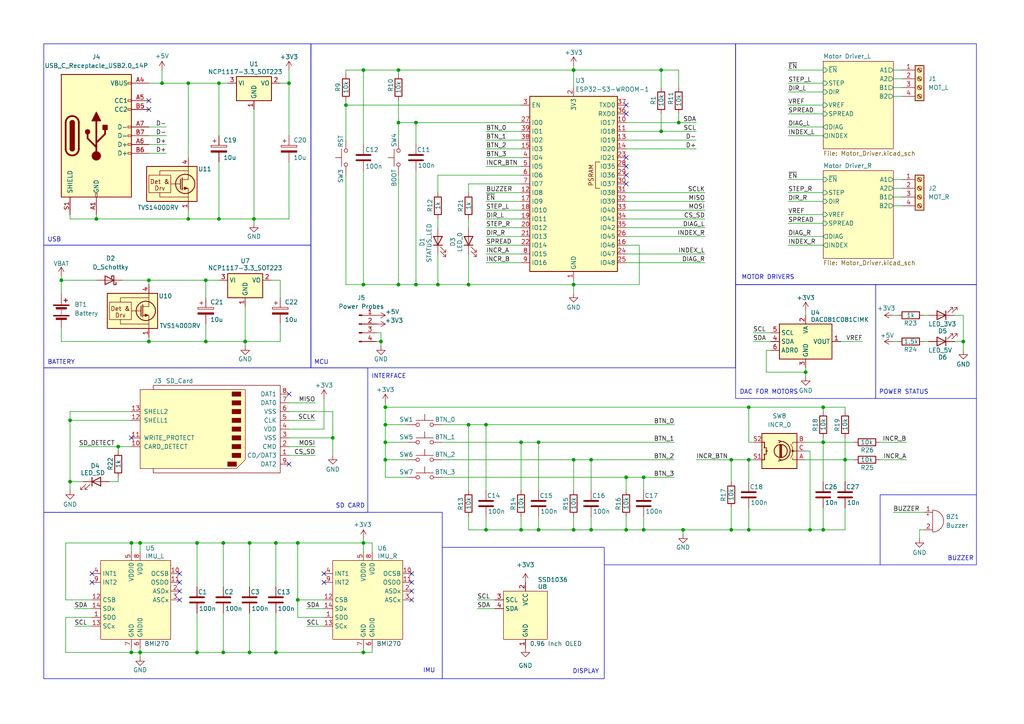
<source format=kicad_sch>
(kicad_sch (version 20231120) (generator "eeschema") (generator_version "8.0")
  (paper "A4")
  (junction (at 115.57 35.56))
  (junction (at 80.01 157.48))
  (junction (at 120.65 35.56))
  (junction (at 72.39 189.23))
  (junction (at 63.5 63.5))
  (junction (at 111.76 123.19))
  (junction (at 196.85 35.56))
  (junction (at 111.76 128.27))
  (junction (at 46.99 24.13))
  (junction (at 40.64 157.48))
  (junction (at 234.95 153.67))
  (junction (at 135.89 123.19))
  (junction (at 73.66 63.5))
  (junction (at 54.61 63.5))
  (junction (at 181.61 138.43))
  (junction (at 245.11 133.35))
  (junction (at 212.09 153.67))
  (junction (at 186.69 138.43))
  (junction (at 151.13 153.67))
  (junction (at 63.5 24.13))
  (junction (at 64.77 189.23))
  (junction (at 43.18 81.28))
  (junction (at 64.77 157.48))
  (junction (at 156.21 153.67))
  (junction (at 115.57 20.32))
  (junction (at 38.1 157.48))
  (junction (at 191.77 38.1))
  (junction (at 43.18 99.06))
  (junction (at 100.33 30.48))
  (junction (at 86.36 173.99))
  (junction (at 171.45 153.67))
  (junction (at 233.68 107.95))
  (junction (at 127 82.55))
  (junction (at 111.76 118.11))
  (junction (at 212.09 133.35))
  (junction (at 20.32 139.7))
  (junction (at 166.37 20.32))
  (junction (at 20.32 121.92))
  (junction (at 105.41 82.55))
  (junction (at 217.17 153.67))
  (junction (at 181.61 153.67))
  (junction (at 59.69 81.28))
  (junction (at 27.94 63.5))
  (junction (at 57.15 157.48))
  (junction (at 71.12 99.06))
  (junction (at 40.64 189.23))
  (junction (at 115.57 82.55))
  (junction (at 105.41 189.23))
  (junction (at 217.17 118.11))
  (junction (at 186.69 153.67))
  (junction (at 151.13 128.27))
  (junction (at 279.4 99.06))
  (junction (at 111.76 133.35))
  (junction (at 166.37 153.67))
  (junction (at 171.45 133.35))
  (junction (at 120.65 82.55))
  (junction (at 83.82 24.13))
  (junction (at 198.12 153.67))
  (junction (at 105.41 20.32))
  (junction (at 80.01 189.23))
  (junction (at 86.36 157.48))
  (junction (at 54.61 24.13))
  (junction (at 191.77 20.32))
  (junction (at 135.89 82.55))
  (junction (at 217.17 133.35))
  (junction (at 34.29 129.54))
  (junction (at 156.21 128.27))
  (junction (at 166.37 133.35))
  (junction (at 238.76 153.67))
  (junction (at 238.76 118.11))
  (junction (at 140.97 153.67))
  (junction (at 110.49 99.06))
  (junction (at 166.37 82.55))
  (junction (at 17.78 81.28))
  (junction (at 105.41 157.48))
  (junction (at 57.15 189.23))
  (junction (at 140.97 123.19))
  (junction (at 72.39 157.48))
  (junction (at 59.69 99.06))
  (junction (at 238.76 128.27))
  (junction (at 38.1 189.23))
  (junction (at 96.52 127))
  (no_connect (at 181.61 33.02))
  (no_connect (at 52.07 166.37))
  (no_connect (at 93.98 166.37))
  (no_connect (at 119.38 168.91))
  (no_connect (at 119.38 166.37))
  (no_connect (at 181.61 48.26))
  (no_connect (at 26.67 168.91))
  (no_connect (at 119.38 173.99))
  (no_connect (at 119.38 171.45))
  (no_connect (at 181.61 45.72))
  (no_connect (at 181.61 30.48))
  (no_connect (at 83.82 134.62))
  (no_connect (at 52.07 173.99))
  (no_connect (at 26.67 166.37))
  (no_connect (at 43.18 31.75))
  (no_connect (at 181.61 50.8))
  (no_connect (at 52.07 168.91))
  (no_connect (at 93.98 168.91))
  (no_connect (at 38.1 127))
  (no_connect (at 181.61 53.34))
  (no_connect (at 52.07 171.45))
  (no_connect (at 83.82 114.3))
  (no_connect (at 43.18 29.21))
  (wire (pts (xy 57.15 157.48) (xy 64.77 157.48)))
  (wire (pts (xy 166.37 81.28) (xy 166.37 82.55)))
  (wire (pts (xy 17.78 81.28) (xy 27.94 81.28)))
  (wire (pts (xy 80.01 177.8) (xy 80.01 189.23)))
  (wire (pts (xy 105.41 49.53) (xy 105.41 82.55)))
  (wire (pts (xy 20.32 119.38) (xy 38.1 119.38)))
  (polyline (pts (xy 175.26 163.83) (xy 255.27 163.83)))
  (wire (pts (xy 238.76 128.27) (xy 247.65 128.27)))
  (wire (pts (xy 267.97 91.44) (xy 269.24 91.44)))
  (wire (pts (xy 27.94 63.5) (xy 27.94 62.23)))
  (wire (pts (xy 228.6 71.12) (xy 238.76 71.12)))
  (wire (pts (xy 233.68 128.27) (xy 238.76 128.27)))
  (wire (pts (xy 166.37 133.35) (xy 171.45 133.35)))
  (wire (pts (xy 115.57 29.21) (xy 115.57 35.56)))
  (wire (pts (xy 63.5 24.13) (xy 63.5 39.37)))
  (wire (pts (xy 140.97 58.42) (xy 151.13 58.42)))
  (wire (pts (xy 166.37 19.05) (xy 166.37 20.32)))
  (wire (pts (xy 140.97 45.72) (xy 151.13 45.72)))
  (wire (pts (xy 171.45 149.86) (xy 171.45 153.67)))
  (wire (pts (xy 228.6 68.58) (xy 238.76 68.58)))
  (wire (pts (xy 171.45 133.35) (xy 171.45 142.24)))
  (wire (pts (xy 135.89 53.34) (xy 135.89 55.88)))
  (wire (pts (xy 217.17 118.11) (xy 238.76 118.11)))
  (wire (pts (xy 222.25 107.95) (xy 233.68 107.95)))
  (wire (pts (xy 59.69 81.28) (xy 59.69 86.36)))
  (wire (pts (xy 120.65 82.55) (xy 127 82.55)))
  (wire (pts (xy 135.89 63.5) (xy 135.89 66.04)))
  (wire (pts (xy 260.35 91.44) (xy 259.08 91.44)))
  (wire (pts (xy 72.39 157.48) (xy 80.01 157.48)))
  (wire (pts (xy 259.08 59.69) (xy 261.62 59.69)))
  (wire (pts (xy 88.9 181.61) (xy 93.98 181.61)))
  (wire (pts (xy 100.33 82.55) (xy 105.41 82.55)))
  (wire (pts (xy 217.17 118.11) (xy 217.17 128.27)))
  (wire (pts (xy 140.97 60.96) (xy 151.13 60.96)))
  (wire (pts (xy 181.61 55.88) (xy 204.47 55.88)))
  (wire (pts (xy 93.98 179.07) (xy 86.36 179.07)))
  (wire (pts (xy 20.32 139.7) (xy 20.32 121.92)))
  (wire (pts (xy 151.13 149.86) (xy 151.13 153.67)))
  (wire (pts (xy 181.61 71.12) (xy 185.42 71.12)))
  (wire (pts (xy 181.61 138.43) (xy 186.69 138.43)))
  (wire (pts (xy 181.61 138.43) (xy 181.61 142.24)))
  (wire (pts (xy 38.1 189.23) (xy 40.64 189.23)))
  (wire (pts (xy 181.61 35.56) (xy 196.85 35.56)))
  (wire (pts (xy 196.85 33.02) (xy 196.85 35.56)))
  (wire (pts (xy 259.08 20.32) (xy 261.62 20.32)))
  (wire (pts (xy 115.57 20.32) (xy 166.37 20.32)))
  (wire (pts (xy 198.12 153.67) (xy 212.09 153.67)))
  (wire (pts (xy 233.68 109.22) (xy 233.68 107.95)))
  (wire (pts (xy 78.74 81.28) (xy 81.28 81.28)))
  (wire (pts (xy 181.61 43.18) (xy 201.93 43.18)))
  (wire (pts (xy 135.89 73.66) (xy 135.89 82.55)))
  (wire (pts (xy 217.17 133.35) (xy 218.44 133.35)))
  (wire (pts (xy 86.36 157.48) (xy 86.36 173.99)))
  (wire (pts (xy 238.76 118.11) (xy 245.11 118.11)))
  (wire (pts (xy 186.69 138.43) (xy 186.69 142.24)))
  (wire (pts (xy 218.44 128.27) (xy 217.17 128.27)))
  (wire (pts (xy 196.85 20.32) (xy 196.85 25.4)))
  (wire (pts (xy 228.6 39.37) (xy 238.76 39.37)))
  (wire (pts (xy 151.13 53.34) (xy 135.89 53.34)))
  (wire (pts (xy 267.97 99.06) (xy 269.24 99.06)))
  (wire (pts (xy 127 73.66) (xy 127 82.55)))
  (wire (pts (xy 245.11 133.35) (xy 245.11 127)))
  (wire (pts (xy 276.86 99.06) (xy 279.4 99.06)))
  (wire (pts (xy 238.76 119.38) (xy 238.76 118.11)))
  (wire (pts (xy 217.17 147.32) (xy 217.17 153.67)))
  (wire (pts (xy 181.61 76.2) (xy 204.47 76.2)))
  (wire (pts (xy 105.41 157.48) (xy 105.41 160.02)))
  (wire (pts (xy 46.99 20.32) (xy 46.99 24.13)))
  (wire (pts (xy 181.61 60.96) (xy 204.47 60.96)))
  (wire (pts (xy 255.27 128.27) (xy 262.89 128.27)))
  (wire (pts (xy 166.37 133.35) (xy 166.37 142.24)))
  (wire (pts (xy 228.6 62.23) (xy 238.76 62.23)))
  (wire (pts (xy 110.49 96.52) (xy 110.49 99.06)))
  (wire (pts (xy 128.27 123.19) (xy 135.89 123.19)))
  (wire (pts (xy 191.77 38.1) (xy 201.93 38.1)))
  (wire (pts (xy 26.67 179.07) (xy 19.05 179.07)))
  (wire (pts (xy 212.09 147.32) (xy 212.09 153.67)))
  (wire (pts (xy 72.39 177.8) (xy 72.39 189.23)))
  (wire (pts (xy 27.94 63.5) (xy 20.32 63.5)))
  (wire (pts (xy 140.97 153.67) (xy 151.13 153.67)))
  (wire (pts (xy 17.78 99.06) (xy 17.78 95.25)))
  (wire (pts (xy 233.68 133.35) (xy 245.11 133.35)))
  (wire (pts (xy 217.17 153.67) (xy 234.95 153.67)))
  (wire (pts (xy 151.13 30.48) (xy 100.33 30.48)))
  (wire (pts (xy 59.69 99.06) (xy 71.12 99.06)))
  (wire (pts (xy 71.12 99.06) (xy 81.28 99.06)))
  (wire (pts (xy 151.13 153.67) (xy 156.21 153.67)))
  (wire (pts (xy 245.11 133.35) (xy 247.65 133.35)))
  (wire (pts (xy 166.37 20.32) (xy 191.77 20.32)))
  (wire (pts (xy 238.76 153.67) (xy 245.11 153.67)))
  (wire (pts (xy 59.69 93.98) (xy 59.69 99.06)))
  (wire (pts (xy 46.99 24.13) (xy 54.61 24.13)))
  (wire (pts (xy 140.97 73.66) (xy 151.13 73.66)))
  (wire (pts (xy 181.61 68.58) (xy 204.47 68.58)))
  (wire (pts (xy 234.95 153.67) (xy 238.76 153.67)))
  (wire (pts (xy 17.78 99.06) (xy 43.18 99.06)))
  (wire (pts (xy 185.42 71.12) (xy 185.42 82.55)))
  (wire (pts (xy 105.41 189.23) (xy 105.41 187.96)))
  (wire (pts (xy 222.25 101.6) (xy 222.25 107.95)))
  (wire (pts (xy 26.67 173.99) (xy 19.05 173.99)))
  (wire (pts (xy 40.64 157.48) (xy 40.64 160.02)))
  (wire (pts (xy 111.76 128.27) (xy 111.76 123.19)))
  (wire (pts (xy 228.6 52.07) (xy 238.76 52.07)))
  (wire (pts (xy 111.76 118.11) (xy 217.17 118.11)))
  (wire (pts (xy 63.5 24.13) (xy 66.04 24.13)))
  (wire (pts (xy 83.82 46.99) (xy 83.82 63.5)))
  (wire (pts (xy 181.61 38.1) (xy 191.77 38.1)))
  (wire (pts (xy 260.35 99.06) (xy 259.08 99.06)))
  (wire (pts (xy 186.69 138.43) (xy 195.58 138.43)))
  (wire (pts (xy 81.28 86.36) (xy 81.28 81.28)))
  (wire (pts (xy 140.97 68.58) (xy 151.13 68.58)))
  (wire (pts (xy 166.37 149.86) (xy 166.37 153.67)))
  (wire (pts (xy 140.97 123.19) (xy 140.97 142.24)))
  (wire (pts (xy 171.45 153.67) (xy 166.37 153.67)))
  (wire (pts (xy 110.49 99.06) (xy 110.49 100.33)))
  (wire (pts (xy 43.18 44.45) (xy 48.26 44.45)))
  (wire (pts (xy 171.45 153.67) (xy 181.61 153.67)))
  (wire (pts (xy 118.11 138.43) (xy 111.76 138.43)))
  (wire (pts (xy 80.01 157.48) (xy 80.01 170.18)))
  (wire (pts (xy 259.08 57.15) (xy 261.62 57.15)))
  (wire (pts (xy 228.6 24.13) (xy 238.76 24.13)))
  (wire (pts (xy 100.33 29.21) (xy 100.33 30.48)))
  (wire (pts (xy 83.82 129.54) (xy 91.44 129.54)))
  (wire (pts (xy 80.01 157.48) (xy 86.36 157.48)))
  (polyline (pts (xy 283.21 115.57) (xy 283.21 143.51)))
  (wire (pts (xy 259.08 148.59) (xy 267.97 148.59)))
  (wire (pts (xy 138.43 173.99) (xy 143.51 173.99)))
  (wire (pts (xy 127 63.5) (xy 127 66.04)))
  (wire (pts (xy 115.57 35.56) (xy 120.65 35.56)))
  (wire (pts (xy 43.18 39.37) (xy 48.26 39.37)))
  (wire (pts (xy 245.11 133.35) (xy 245.11 139.7)))
  (wire (pts (xy 234.95 130.81) (xy 233.68 130.81)))
  (wire (pts (xy 228.6 20.32) (xy 238.76 20.32)))
  (wire (pts (xy 43.18 81.28) (xy 59.69 81.28)))
  (wire (pts (xy 81.28 93.98) (xy 81.28 99.06)))
  (wire (pts (xy 234.95 130.81) (xy 234.95 153.67)))
  (wire (pts (xy 140.97 43.18) (xy 151.13 43.18)))
  (wire (pts (xy 259.08 25.4) (xy 261.62 25.4)))
  (wire (pts (xy 40.64 157.48) (xy 57.15 157.48)))
  (wire (pts (xy 217.17 133.35) (xy 217.17 139.7)))
  (wire (pts (xy 88.9 176.53) (xy 93.98 176.53)))
  (wire (pts (xy 151.13 128.27) (xy 151.13 142.24)))
  (wire (pts (xy 140.97 38.1) (xy 151.13 38.1)))
  (wire (pts (xy 100.33 30.48) (xy 100.33 40.64)))
  (wire (pts (xy 73.66 63.5) (xy 83.82 63.5)))
  (wire (pts (xy 21.59 181.61) (xy 26.67 181.61)))
  (wire (pts (xy 255.27 133.35) (xy 262.89 133.35)))
  (wire (pts (xy 40.64 189.23) (xy 40.64 190.5)))
  (wire (pts (xy 140.97 149.86) (xy 140.97 153.67)))
  (wire (pts (xy 238.76 128.27) (xy 238.76 127)))
  (wire (pts (xy 166.37 20.32) (xy 166.37 25.4)))
  (wire (pts (xy 127 82.55) (xy 135.89 82.55)))
  (wire (pts (xy 96.52 119.38) (xy 96.52 127)))
  (wire (pts (xy 22.86 129.54) (xy 34.29 129.54)))
  (wire (pts (xy 57.15 177.8) (xy 57.15 189.23)))
  (wire (pts (xy 72.39 189.23) (xy 80.01 189.23)))
  (wire (pts (xy 54.61 24.13) (xy 54.61 45.72)))
  (wire (pts (xy 17.78 80.01) (xy 17.78 81.28)))
  (wire (pts (xy 111.76 133.35) (xy 111.76 128.27)))
  (wire (pts (xy 181.61 66.04) (xy 204.47 66.04)))
  (wire (pts (xy 228.6 26.67) (xy 238.76 26.67)))
  (wire (pts (xy 73.66 63.5) (xy 73.66 64.77)))
  (wire (pts (xy 238.76 128.27) (xy 238.76 139.7)))
  (wire (pts (xy 138.43 176.53) (xy 143.51 176.53)))
  (wire (pts (xy 228.6 55.88) (xy 238.76 55.88)))
  (wire (pts (xy 64.77 157.48) (xy 64.77 170.18)))
  (wire (pts (xy 34.29 129.54) (xy 38.1 129.54)))
  (wire (pts (xy 115.57 82.55) (xy 120.65 82.55)))
  (wire (pts (xy 186.69 153.67) (xy 186.69 149.86)))
  (wire (pts (xy 135.89 123.19) (xy 135.89 142.24)))
  (wire (pts (xy 63.5 63.5) (xy 73.66 63.5)))
  (wire (pts (xy 228.6 64.77) (xy 238.76 64.77)))
  (wire (pts (xy 279.4 91.44) (xy 276.86 91.44)))
  (wire (pts (xy 111.76 128.27) (xy 118.11 128.27)))
  (wire (pts (xy 111.76 116.84) (xy 111.76 118.11)))
  (wire (pts (xy 64.77 177.8) (xy 64.77 189.23)))
  (wire (pts (xy 35.56 81.28) (xy 43.18 81.28)))
  (wire (pts (xy 135.89 153.67) (xy 135.89 149.86)))
  (wire (pts (xy 259.08 27.94) (xy 261.62 27.94)))
  (wire (pts (xy 43.18 41.91) (xy 48.26 41.91)))
  (wire (pts (xy 96.52 127) (xy 96.52 132.08)))
  (wire (pts (xy 110.49 99.06) (xy 109.22 99.06)))
  (wire (pts (xy 93.98 124.46) (xy 83.82 124.46)))
  (wire (pts (xy 196.85 35.56) (xy 201.93 35.56)))
  (wire (pts (xy 223.52 101.6) (xy 222.25 101.6)))
  (wire (pts (xy 233.68 90.17) (xy 233.68 91.44)))
  (wire (pts (xy 181.61 149.86) (xy 181.61 153.67)))
  (wire (pts (xy 111.76 133.35) (xy 118.11 133.35)))
  (wire (pts (xy 105.41 20.32) (xy 115.57 20.32)))
  (wire (pts (xy 266.7 153.67) (xy 267.97 153.67)))
  (wire (pts (xy 83.82 116.84) (xy 91.44 116.84)))
  (wire (pts (xy 120.65 35.56) (xy 120.65 41.91)))
  (wire (pts (xy 279.4 101.6) (xy 279.4 99.06)))
  (wire (pts (xy 54.61 24.13) (xy 63.5 24.13)))
  (wire (pts (xy 43.18 97.79) (xy 43.18 99.06)))
  (wire (pts (xy 81.28 24.13) (xy 83.82 24.13)))
  (wire (pts (xy 34.29 129.54) (xy 34.29 130.81)))
  (wire (pts (xy 19.05 157.48) (xy 38.1 157.48)))
  (wire (pts (xy 71.12 100.33) (xy 71.12 99.06)))
  (wire (pts (xy 266.7 156.21) (xy 266.7 153.67)))
  (wire (pts (xy 198.12 153.67) (xy 186.69 153.67)))
  (wire (pts (xy 128.27 128.27) (xy 151.13 128.27)))
  (wire (pts (xy 140.97 123.19) (xy 195.58 123.19)))
  (wire (pts (xy 80.01 189.23) (xy 105.41 189.23)))
  (wire (pts (xy 245.11 118.11) (xy 245.11 119.38)))
  (wire (pts (xy 218.44 96.52) (xy 223.52 96.52)))
  (wire (pts (xy 43.18 36.83) (xy 48.26 36.83)))
  (wire (pts (xy 72.39 157.48) (xy 72.39 170.18)))
  (wire (pts (xy 140.97 66.04) (xy 151.13 66.04)))
  (wire (pts (xy 128.27 133.35) (xy 166.37 133.35)))
  (wire (pts (xy 243.84 99.06) (xy 250.19 99.06)))
  (wire (pts (xy 93.98 115.57) (xy 93.98 124.46)))
  (wire (pts (xy 228.6 36.83) (xy 238.76 36.83)))
  (wire (pts (xy 181.61 73.66) (xy 204.47 73.66)))
  (wire (pts (xy 19.05 189.23) (xy 38.1 189.23)))
  (wire (pts (xy 212.09 133.35) (xy 212.09 139.7)))
  (wire (pts (xy 245.11 147.32) (xy 245.11 153.67)))
  (wire (pts (xy 105.41 20.32) (xy 105.41 41.91)))
  (wire (pts (xy 20.32 142.24) (xy 20.32 139.7)))
  (wire (pts (xy 105.41 156.21) (xy 105.41 157.48)))
  (wire (pts (xy 21.59 176.53) (xy 26.67 176.53)))
  (wire (pts (xy 34.29 139.7) (xy 34.29 138.43)))
  (wire (pts (xy 17.78 81.28) (xy 17.78 85.09)))
  (wire (pts (xy 140.97 153.67) (xy 135.89 153.67)))
  (wire (pts (xy 20.32 121.92) (xy 38.1 121.92)))
  (wire (pts (xy 38.1 157.48) (xy 40.64 157.48)))
  (wire (pts (xy 40.64 189.23) (xy 57.15 189.23)))
  (wire (pts (xy 140.97 55.88) (xy 151.13 55.88)))
  (wire (pts (xy 238.76 147.32) (xy 238.76 153.67)))
  (wire (pts (xy 86.36 173.99) (xy 86.36 179.07)))
  (wire (pts (xy 83.82 132.08) (xy 91.44 132.08)))
  (wire (pts (xy 111.76 118.11) (xy 111.76 123.19)))
  (wire (pts (xy 128.27 138.43) (xy 181.61 138.43)))
  (wire (pts (xy 259.08 22.86) (xy 261.62 22.86)))
  (wire (pts (xy 107.95 160.02) (xy 107.95 157.48)))
  (wire (pts (xy 40.64 187.96) (xy 40.64 189.23)))
  (wire (pts (xy 111.76 138.43) (xy 111.76 133.35)))
  (wire (pts (xy 156.21 149.86) (xy 156.21 153.67)))
  (wire (pts (xy 156.21 153.67) (xy 166.37 153.67)))
  (wire (pts (xy 100.33 20.32) (xy 100.33 21.59)))
  (wire (pts (xy 107.95 187.96) (xy 107.95 189.23)))
  (wire (pts (xy 151.13 128.27) (xy 156.21 128.27)))
  (wire (pts (xy 83.82 121.92) (xy 91.44 121.92)))
  (wire (pts (xy 140.97 71.12) (xy 151.13 71.12)))
  (wire (pts (xy 140.97 48.26) (xy 151.13 48.26)))
  (wire (pts (xy 279.4 99.06) (xy 279.4 91.44)))
  (wire (pts (xy 228.6 58.42) (xy 238.76 58.42)))
  (wire (pts (xy 93.98 173.99) (xy 86.36 173.99)))
  (wire (pts (xy 135.89 123.19) (xy 140.97 123.19)))
  (wire (pts (xy 38.1 187.96) (xy 38.1 189.23)))
  (wire (pts (xy 64.77 189.23) (xy 72.39 189.23)))
  (wire (pts (xy 83.82 119.38) (xy 96.52 119.38)))
  (wire (pts (xy 218.44 99.06) (xy 223.52 99.06)))
  (wire (pts (xy 127 50.8) (xy 127 55.88)))
  (wire (pts (xy 20.32 63.5) (xy 20.32 62.23)))
  (wire (pts (xy 185.42 82.55) (xy 166.37 82.55)))
  (wire (pts (xy 83.82 127) (xy 96.52 127)))
  (wire (pts (xy 19.05 179.07) (xy 19.05 189.23)))
  (wire (pts (xy 57.15 157.48) (xy 57.15 170.18)))
  (wire (pts (xy 120.65 35.56) (xy 151.13 35.56)))
  (wire (pts (xy 43.18 24.13) (xy 46.99 24.13)))
  (wire (pts (xy 20.32 121.92) (xy 20.32 119.38)))
  (wire (pts (xy 115.57 50.8) (xy 115.57 82.55)))
  (wire (pts (xy 228.6 33.02) (xy 238.76 33.02)))
  (wire (pts (xy 27.94 63.5) (xy 54.61 63.5)))
  (wire (pts (xy 43.18 99.06) (xy 59.69 99.06)))
  (wire (pts (xy 181.61 63.5) (xy 204.47 63.5)))
  (wire (pts (xy 54.61 63.5) (xy 63.5 63.5)))
  (wire (pts (xy 100.33 50.8) (xy 100.33 82.55)))
  (wire (pts (xy 228.6 30.48) (xy 238.76 30.48)))
  (wire (pts (xy 156.21 128.27) (xy 156.21 142.24)))
  (wire (pts (xy 191.77 20.32) (xy 191.77 25.4)))
  (wire (pts (xy 171.45 133.35) (xy 195.58 133.35)))
  (wire (pts (xy 181.61 153.67) (xy 186.69 153.67)))
  (wire (pts (xy 83.82 20.32) (xy 83.82 24.13)))
  (wire (pts (xy 191.77 33.02) (xy 191.77 38.1)))
  (wire (pts (xy 64.77 157.48) (xy 72.39 157.48)))
  (wire (pts (xy 156.21 128.27) (xy 195.58 128.27)))
  (wire (pts (xy 38.1 160.02) (xy 38.1 157.48)))
  (wire (pts (xy 115.57 40.64) (xy 115.57 35.56)))
  (wire (pts (xy 140.97 40.64) (xy 151.13 40.64)))
  (wire (pts (xy 181.61 40.64) (xy 201.93 40.64)))
  (wire (pts (xy 107.95 157.48) (xy 105.41 157.48)))
  (wire (pts (xy 71.12 88.9) (xy 71.12 99.06)))
  (wire (pts (xy 107.95 189.23) (xy 105.41 189.23)))
  (wire (pts (xy 151.13 50.8) (xy 127 50.8)))
  (wire (pts (xy 140.97 76.2) (xy 151.13 76.2)))
  (wire (pts (xy 83.82 24.13) (xy 83.82 39.37)))
  (wire (pts (xy 105.41 82.55) (xy 115.57 82.55)))
  (wire (pts (xy 166.37 82.55) (xy 166.37 85.09)))
  (wire (pts (xy 259.08 54.61) (xy 261.62 54.61)))
  (wire (pts (xy 198.12 154.94) (xy 198.12 153.67)))
  (wire (pts (xy 57.15 189.23) (xy 64.77 189.23)))
  (wire (pts (xy 140.97 63.5) (xy 151.13 63.5)))
  (wire (pts (xy 201.93 133.35) (xy 212.09 133.35)))
  (wire (pts (xy 181.61 58.42) (xy 204.47 58.42)))
  (wire (pts (xy 20.32 139.7) (xy 24.13 139.7)))
  (wire (pts (xy 191.77 20.32) (xy 196.85 20.32)))
  (wire (pts (xy 233.68 106.68) (xy 233.68 107.95)))
  (wire (pts (xy 43.18 82.55) (xy 43.18 81.28)))
  (wire (pts (xy 109.22 96.52) (xy 110.49 96.52)))
  (wire (pts (xy 86.36 157.48) (xy 105.41 157.48)))
  (wire (pts (xy 63.5 46.99) (xy 63.5 63.5)))
  (wire (pts (xy 59.69 81.28) (xy 63.5 81.28)))
  (wire (pts (xy 31.75 139.7) (xy 34.29 139.7)))
  (wire (pts (xy 115.57 20.32) (xy 115.57 21.59)))
  (wire (pts (xy 19.05 173.99) (xy 19.05 157.48)))
  (wire (pts (xy 73.66 31.75) (xy 73.66 63.5)))
  (wire (pts (xy 100.33 20.32) (xy 105.41 20.32)))
  (wire (pts (xy 135.89 82.55) (xy 166.37 82.55)))
  (wire (pts (xy 120.65 49.53) (xy 120.65 82.55)))
  (wire (pts (xy 54.61 60.96) (xy 54.61 63.5)))
  (wire (pts (xy 259.08 52.07) (xy 261.62 52.07)))
  (wire (pts (xy 111.76 123.19) (xy 118.11 123.19)))
  (wire (pts (xy 212.09 153.67) (xy 217.17 153.67)))
  (wire (pts (xy 212.09 133.35) (xy 217.17 133.35)))
  (rectangle (start 12.7 71.12) (end 90.17 106.68))
  (rectangle (start 213.36 12.7) (end 283.21 82.55))
  (rectangle (start 254 82.55) (end 283.21 115.57))
  (rectangle (start 255.27 143.51) (end 283.21 163.83))
  (rectangle (start 12.7 148.59) (end 128.27 196.85))
  (rectangle (start 213.36 82.55) (end 254 115.57))
  (rectangle (start 12.7 106.68) (end 106.68 148.59))
  (rectangle (start 90.17 12.7) (end 213.36 106.68))
  (rectangle (start 12.7 12.7) (end 90.17 71.12))
  (rectangle (start 128.27 158.75) (end 175.26 196.85))
  (text "BATTERY\n" (at 17.78 105.156 0) (effects (font (size 1.27 1.27))))
  (text "DISPLAY" (at 169.926 194.818 0) (effects (font (size 1.27 1.27))))
  (text "POWER STATUS" (at 262.128 113.792 0) (effects (font (size 1.27 1.27))))
  (text "MCU\n" (at 93.218 105.156 0) (effects (font (size 1.27 1.27))))
  (text "BUZZER" (at 278.638 162.052 0) (effects (font (size 1.27 1.27))))
  (text "DAC FOR MOTORS" (at 223.012 113.792 0) (effects (font (size 1.27 1.27))))
  (text "USB\n" (at 15.748 69.596 0) (effects (font (size 1.27 1.27))))
  (text "IMU" (at 124.46 194.564 0) (effects (font (size 1.27 1.27))))
  (text "INTERFACE" (at 112.776 109.22 0) (effects (font (size 1.27 1.27))))
  (text "SD CARD\n" (at 101.6 146.812 0) (effects (font (size 1.27 1.27))))
  (text "MOTOR DRIVERS" (at 222.758 80.518 0) (effects (font (size 1.27 1.27))))
  (label "~{EN}" (at 228.6 52.07 0))
  (label "VREF" (at 228.6 30.48 0))
  (label "INDEX_L" (at 228.6 39.37 0))
  (label "INCR_A" (at 262.89 133.35 180))
  (label "CS_SD" (at 91.44 132.08 180))
  (label "SPREAD" (at 228.6 64.77 0))
  (label "SCL" (at 21.59 181.61 0))
  (label "DIR_L" (at 140.97 63.5 0))
  (label "BTN_1" (at 140.97 40.64 0))
  (label "SD_DETECT" (at 22.86 129.54 0))
  (label "INDEX_R" (at 228.6 71.12 0))
  (label "MISO" (at 91.44 116.84 180))
  (label "D-" (at 201.93 40.64 180))
  (label "INDEX_L" (at 204.47 73.66 180))
  (label "CS_SD" (at 204.47 63.5 180))
  (label "DIAG_L" (at 228.6 36.83 0))
  (label "MOSI" (at 91.44 129.54 180))
  (label "DIAG_R" (at 204.47 76.2 180))
  (label "STEP_R" (at 140.97 66.04 0))
  (label "D+" (at 48.26 44.45 180))
  (label "SCLK" (at 91.44 121.92 180))
  (label "INCR_B" (at 140.97 76.2 0))
  (label "INCR_A" (at 140.97 73.66 0))
  (label "SCL" (at 138.43 173.99 0))
  (label "STEP_L" (at 140.97 60.96 0))
  (label "SCL" (at 218.44 96.52 0))
  (label "BUZZER" (at 140.97 55.88 0))
  (label "DIR_L" (at 228.6 26.67 0))
  (label "SDA" (at 88.9 176.53 0))
  (label "SCL" (at 88.9 181.61 0))
  (label "SDA" (at 21.59 176.53 0))
  (label "D-" (at 48.26 36.83 180))
  (label "~{EN}" (at 140.97 58.42 0))
  (label "MOSI" (at 204.47 60.96 180))
  (label "VREF" (at 228.6 62.23 0))
  (label "DIAG_L" (at 204.47 66.04 180))
  (label "BUZZER" (at 259.08 148.59 0))
  (label "BTN_1" (at 195.58 128.27 180))
  (label "D+" (at 48.26 41.91 180))
  (label "BTN_3" (at 195.58 138.43 180))
  (label "BTN_0" (at 140.97 38.1 0))
  (label "BTN_2" (at 195.58 133.35 180))
  (label "SCLK" (at 204.47 55.88 180))
  (label "DIAG_R" (at 228.6 68.58 0))
  (label "STEP_R" (at 228.6 55.88 0))
  (label "DIR_R" (at 228.6 58.42 0))
  (label "DIR_R" (at 140.97 68.58 0))
  (label "SPREAD" (at 140.97 71.12 0))
  (label "VREF" (at 250.19 99.06 180))
  (label "STEP_L" (at 228.6 24.13 0))
  (label "D-" (at 48.26 39.37 180))
  (label "D+" (at 201.93 43.18 180))
  (label "MISO" (at 204.47 58.42 180))
  (label "SDA" (at 218.44 99.06 0))
  (label "INCR_BTN" (at 201.93 133.35 0))
  (label "INCR_BTN" (at 140.97 48.26 0))
  (label "BTN_0" (at 195.58 123.19 180))
  (label "BTN_2" (at 140.97 43.18 0))
  (label "SDA" (at 138.43 176.53 0))
  (label "INCR_B" (at 262.89 128.27 180))
  (label "SDA" (at 201.93 35.56 180))
  (label "SPREAD" (at 228.6 33.02 0))
  (label "~{EN}" (at 228.6 20.32 0))
  (label "BTN_3" (at 140.97 45.72 0))
  (label "SCL" (at 201.93 38.1 180))
  (label "INDEX_R" (at 204.47 68.58 180))
  (symbol (lib_id "Device:C") (at 245.11 143.51 0) (unit 1)
    (property "Reference" "C27" (at 245.364 141.224 0) (effects (justify left)))
    (property "Value" "10n" (at 245.618 145.796 0) (effects (justify left)))
    (property "Footprint" "Capacitor_SMD:C_0603_1608Metric" (effects (hide yes)))
    (property "Description" "Unpolarized capacitor" (effects (hide yes)))
  )
  (symbol (lib_id "power:GND") (at 73.66 64.77 0) (unit 1)
    (property "Reference" "#PWR017" (effects (hide yes)))
    (property "Value" "GND" (at 73.66 68.58 0))
  )
  (symbol (lib_id "Device:C") (at 105.41 45.72 0) (unit 1)
    (property "Reference" "C12" (at 105.918 43.434 0) (effects (justify left)))
    (property "Value" "100n" (at 105.918 48.26 0) (effects (justify left)))
    (property "Footprint" "Capacitor_SMD:C_0603_1608Metric" (effects (hide yes)))
    (property "Description" "Unpolarized capacitor" (effects (hide yes)))
  )
  (symbol (lib_id "Regulator_Linear:NCP1117-3.3_SOT223") (at 71.12 81.28 0) (unit 1)
    (property "Reference" "U7" (at 71.12 75.692 0))
    (property "Value" "NCP1117-3.3_SOT223" (at 71.12 77.724 0))
    (property "Footprint" "Package_TO_SOT_SMD:SOT-223-3_TabPin2" (effects (hide yes)))
    (property "Datasheet" "http://www.onsemi.com/pub_link/Collateral/NCP1117-D.PDF" (effects (hide yes)))
  )
  (symbol (lib_id "Switch:SW_Push") (at 123.19 133.35 0) (unit 1)
    (property "Reference" "SW6" (at 119.888 131.826 0) (effects (justify right)))
    (property "Value" "BTN_2" (at 132.08 131.826 0) (effects (justify right)))
    (property "Footprint" "Button_Switch_SMD:SW_SPST_PTS645" (effects (hide yes)))
    (property "Description" "Push button switch, generic, two pins" (effects (hide yes)))
  )
  (symbol (lib_id "power:+3V3") (at 152.4 168.91 0) (unit 1)
    (property "Reference" "#PWR020" (effects (hide yes)))
    (property "Value" "+3V3" (at 152.4 163.83 0))
    (property "Description" "Power symbol creates a global label with name \"+3V3\"" (effects (hide yes)))
  )
  (symbol (lib_id "Device:Buzzer") (at 270.51 151.13 0) (unit 1)
    (property "Reference" "BZ1" (at 274.32 149.8599 0) (effects (justify left)))
    (property "Value" "Buzzer" (at 274.32 152.3999 0) (effects (justify left)))
    (property "Footprint" "Buzzer_Beeper:Buzzer_12x9.5RM7.6" (effects (hide yes)))
    (property "Description" "Buzzer, polarized" (effects (hide yes)))
  )
  (symbol (lib_id "Device:D_Schottky") (at 31.75 81.28 180) (unit 1)
    (property "Reference" "D2" (at 32.0675 74.93 0))
    (property "Value" "D_Schottky" (at 32.0675 77.47 0))
    (property "Footprint" "Rotary_Encoder:RotaryEncoder_Bourns_Vertical_PEC12R-3x17F-Sxxxx" (effects (hide yes)))
    (property "Description" "Schottky diode" (effects (hide yes)))
  )
  (symbol (lib_id "Device:LED") (at 135.89 69.85 90) (unit 1)
    (property "Reference" "D3" (at 131.318 68.834 0) (effects (justify right)))
    (property "Value" "LED_0" (at 133.35 67.31 0) (effects (justify right)))
    (property "Footprint" "LED_SMD:LED_0603_1608Metric" (effects (hide yes)))
    (property "Description" "Light emitting diode" (effects (hide yes)))
  )
  (symbol (lib_id "power:GND") (at 96.52 132.08 0) (unit 1)
    (property "Reference" "#PWR04" (effects (hide yes)))
    (property "Value" "GND" (at 96.52 136.144 0))
    (property "Description" "Power symbol creates a global label with name \"GND\" , ground" (effects (hide yes)))
  )
  (symbol (lib_id "Device:LED") (at 273.05 99.06 180) (unit 1)
    (property "Reference" "D6" (at 272.034 103.632 0) (effects (justify right)))
    (property "Value" "LED_5V" (at 269.24 101.6 0) (effects (justify right)))
    (property "Footprint" "LED_SMD:LED_0603_1608Metric" (effects (hide yes)))
    (property "Description" "Light emitting diode" (effects (hide yes)))
  )
  (symbol (lib_id "Switch:SW_Push") (at 123.19 128.27 0) (unit 1)
    (property "Reference" "SW5" (at 119.888 126.746 0) (effects (justify right)))
    (property "Value" "BTN_1" (at 132.08 126.746 0) (effects (justify right)))
    (property "Footprint" "Button_Switch_SMD:SW_SPST_PTS645" (effects (hide yes)))
    (property "Description" "Push button switch, generic, two pins" (effects (hide yes)))
  )
  (symbol (lib_id "power:GND") (at 266.7 156.21 0) (unit 1)
    (property "Reference" "#PWR029" (effects (hide yes)))
    (property "Value" "GND" (at 266.7 160.274 0))
    (property "Description" "Power symbol creates a global label with name \"GND\" , ground" (effects (hide yes)))
  )
  (symbol (lib_id "Device:R") (at 245.11 123.19 0) (unit 1)
    (property "Reference" "R19" (at 242.824 125.222 90) (effects (justify left)))
    (property "Value" "10k" (at 245.11 124.968 90) (effects (justify left)))
    (property "Footprint" "Resistor_SMD:R_0603_1608Metric" (effects (hide yes)))
    (property "Description" "Resistor" (effects (hide yes)))
  )
  (symbol (lib_id "Connector:Screw_Terminal_01x04") (at 266.7 54.61 0) (unit 1)
    (property "Reference" "J2" (at 269.24 54.6099 0) (effects (justify left)))
    (property "Value" "MOT_R" (at 269.24 57.1499 0) (effects (justify left)))
    (property "Footprint" "TerminalBlock_Phoenix:TerminalBlock_Phoenix_PT-1,5-4-3.5-H_1x04_P3.50mm_Horizontal" (effects (hide yes)))
    (property "Description" "Generic screw terminal, single row, 01x04, script generated (kicad-library-utils/schlib/autogen/connector/)" (effects (hide yes)))
  )
  (symbol (lib_id "Device:R") (at 127 59.69 180) (unit 1)
    (property "Reference" "R12" (at 124.714 57.658 90) (effects (justify left)))
    (property "Value" "1k" (at 127 58.42 90) (effects (justify left)))
    (property "Footprint" "Resistor_SMD:R_0603_1608Metric" (effects (hide yes)))
    (property "Description" "Resistor" (effects (hide yes)))
  )
  (symbol (lib_id "Device:R") (at 251.46 133.35 90) (unit 1)
    (property "Reference" "R25" (at 253.492 135.636 90) (effects (justify left)))
    (property "Value" "10k" (at 253.238 133.35 90) (effects (justify left)))
    (property "Footprint" "Resistor_SMD:R_0603_1608Metric" (effects (hide yes)))
    (property "Description" "Resistor" (effects (hide yes)))
  )
  (symbol (lib_id "Switch:SW_Push") (at 115.57 45.72 90) (unit 1)
    (property "Reference" "SW4" (at 114.3 38.608 0) (effects (justify right)))
    (property "Value" "BOOT" (at 114.3 49.022 0) (effects (justify right)))
    (property "Footprint" "Button_Switch_SMD:SW_Push_1P1T_NO_CK_KMR2" (effects (hide yes)))
    (property "Description" "Push button switch, generic, two pins" (effects (hide yes)))
  )
  (symbol (lib_id "power:VCC") (at 17.78 80.01 0) (unit 1)
    (property "Reference" "#PWR027" (effects (hide yes)))
    (property "Value" "VBAT" (at 17.78 76.454 0))
    (property "Description" "Power symbol creates a global label with name \"VCC\"" (effects (hide yes)))
  )
  (symbol (lib_id "Device:C") (at 140.97 146.05 0) (unit 1)
    (property "Reference" "C14" (at 141.224 143.764 0) (effects (justify left)))
    (property "Value" "100n" (at 141.478 148.336 0) (effects (justify left)))
    (property "Footprint" "Capacitor_SMD:C_0603_1608Metric" (effects (hide yes)))
    (property "Description" "Unpolarized capacitor" (effects (hide yes)))
  )
  (symbol (lib_id "power:GND") (at 110.49 100.33 0) (unit 1)
    (property "Reference" "#PWR030" (effects (hide yes)))
    (property "Value" "GND" (at 110.49 104.14 0))
  )
  (symbol (lib_id "power:+3V3") (at 259.08 91.44 90) (unit 1)
    (property "Reference" "#PWR018" (effects (hide yes)))
    (property "Value" "+3V3" (at 257.048 89.408 90))
    (property "Description" "Power symbol creates a global label with name \"+3V3\"" (effects (hide yes)))
  )
  (symbol (lib_id "Regulator_Linear:NCP1117-3.3_SOT223") (at 73.66 24.13 0) (unit 1)
    (property "Reference" "U1" (at 73.66 18.542 0))
    (property "Value" "NCP1117-3.3_SOT223" (at 71.12 20.828 0))
    (property "Footprint" "Package_TO_SOT_SMD:SOT-223-3_TabPin2" (effects (hide yes)))
    (property "Datasheet" "http://www.onsemi.com/pub_link/Collateral/NCP1117-D.PDF" (effects (hide yes)))
  )
  (symbol (lib_id "Device:R") (at 34.29 134.62 180) (unit 1)
    (property "Reference" "R22" (at 32.004 132.588 90) (effects (justify left)))
    (property "Value" "1k" (at 34.29 133.35 90) (effects (justify left)))
    (property "Footprint" "Resistor_SMD:R_0603_1608Metric" (effects (hide yes)))
    (property "Description" "Resistor" (effects (hide yes)))
  )
  (symbol (lib_id "Device:R") (at 166.37 146.05 0) (unit 1)
    (property "Reference" "R15" (at 164.084 148.082 90) (effects (justify left)))
    (property "Value" "10k" (at 166.37 147.828 90) (effects (justify left)))
    (property "Footprint" "Resistor_SMD:R_0603_1608Metric" (effects (hide yes)))
    (property "Description" "Resistor" (effects (hide yes)))
  )
  (symbol (lib_id "power:+3V3") (at 83.82 20.32 0) (unit 1)
    (property "Reference" "#PWR016" (effects (hide yes)))
    (property "Value" "+3V3" (at 83.82 16.51 0))
    (property "Description" "Power symbol creates a global label with name \"+3V3\"" (effects (hide yes)))
  )
  (symbol (lib_id "Switch:SW_Push") (at 123.19 123.19 0) (unit 1)
    (property "Reference" "SW1" (at 119.888 121.666 0) (effects (justify right)))
    (property "Value" "BTN_0" (at 132.08 121.666 0) (effects (justify right)))
    (property "Footprint" "Button_Switch_SMD:SW_SPST_PTS645" (effects (hide yes)))
    (property "Description" "Push button switch, generic, two pins" (effects (hide yes)))
  )
  (symbol (lib_id "Device:C") (at 217.17 143.51 0) (unit 1)
    (property "Reference" "C18" (at 217.424 141.224 0) (effects (justify left)))
    (property "Value" "100n" (at 217.678 145.796 0) (effects (justify left)))
    (property "Footprint" "Capacitor_SMD:C_0603_1608Metric" (effects (hide yes)))
    (property "Description" "Unpolarized capacitor" (effects (hide yes)))
  )
  (symbol (lib_id "Device:C") (at 72.39 173.99 0) (unit 1)
    (property "Reference" "C3" (at 72.644 171.704 0) (effects (justify left)))
    (property "Value" "100n" (at 72.898 176.53 0) (effects (justify left)))
    (property "Footprint" "Capacitor_SMD:C_0603_1608Metric" (effects (hide yes)))
    (property "Description" "Unpolarized capacitor" (effects (hide yes)))
  )
  (symbol (lib_id "Device:C") (at 64.77 173.99 0) (unit 1)
    (property "Reference" "C2" (at 65.024 171.704 0) (effects (justify left)))
    (property "Value" "100n" (at 65.278 176.53 0) (effects (justify left)))
    (property "Footprint" "Capacitor_SMD:C_0603_1608Metric" (effects (hide yes)))
    (property "Description" "Unpolarized capacitor" (effects (hide yes)))
  )
  (symbol (lib_id "Device:LED") (at 273.05 91.44 180) (unit 1)
    (property "Reference" "D5" (at 272.034 96.012 0) (effects (justify right)))
    (property "Value" "LED_3V3" (at 269.24 93.98 0) (effects (justify right)))
    (property "Footprint" "LED_SMD:LED_0603_1608Metric" (effects (hide yes)))
    (property "Description" "Light emitting diode" (effects (hide yes)))
  )
  (symbol (lib_id "Connector:Conn_01x04_Pin") (at 104.14 93.98 0) (unit 1)
    (property "Reference" "J5" (at 104.775 86.36 0))
    (property "Value" "Power Probes" (at 104.775 88.9 0))
    (property "Footprint" "Connector_PinHeader_2.54mm:PinHeader_1x04_P2.54mm_Vertical" (effects (hide yes)))
    (property "Description" "Generic connector, single row, 01x04, script generated" (effects (hide yes)))
  )
  (symbol (lib_id "power:GND") (at 20.32 142.24 0) (unit 1)
    (property "Reference" "#PWR013" (effects (hide yes)))
    (property "Value" "GND" (at 20.32 146.304 0))
    (property "Description" "Power symbol creates a global label with name \"GND\" , ground" (effects (hide yes)))
  )
  (symbol (lib_id "power:GND") (at 198.12 154.94 0) (unit 1)
    (property "Reference" "#PWR014" (effects (hide yes)))
    (property "Value" "GND" (at 198.12 158.75 0))
    (property "Description" "Power symbol creates a global label with name \"GND\" , ground" (effects (hide yes)))
  )
  (symbol (lib_id "Device:C") (at 186.69 146.05 0) (unit 1)
    (property "Reference" "C17" (at 186.944 143.764 0) (effects (justify left)))
    (property "Value" "100n" (at 187.198 148.336 0) (effects (justify left)))
    (property "Footprint" "Capacitor_SMD:C_0603_1608Metric" (effects (hide yes)))
    (property "Description" "Unpolarized capacitor" (effects (hide yes)))
  )
  (symbol (lib_id "Analog_DAC:DAC081C081CIMK") (at 233.68 99.06 0) (unit 1)
    (property "Reference" "U4" (at 236.474 90.678 0))
    (property "Value" "DAC081C081CIMK" (at 243.586 92.71 0))
    (property "Footprint" "Package_TO_SOT_SMD:SOT-23-6" (effects (hide yes)))
    (property "Datasheet" "http://www.ti.com/lit/ds/symlink/dac081c081.pdf" (effects (hide yes)))
    (property "Description" "8-bit Micropower DAC with I2C-Compatible Interface, SOT-23-6" (effects (hide yes)))
  )
  (symbol (lib_id "Device:R") (at 196.85 29.21 0) (unit 1)
    (property "Reference" "R11" (at 194.564 30.48 90) (effects (justify left)))
    (property "Value" "10k" (at 196.85 30.988 90) (effects (justify left)))
    (property "Footprint" "Resistor_SMD:R_0603_1608Metric" (effects (hide yes)))
    (property "Description" "Resistor" (effects (hide yes)))
  )
  (symbol (lib_id "Device:C") (at 80.01 173.99 0) (unit 1)
    (property "Reference" "C13" (at 80.264 171.704 0) (effects (justify left)))
    (property "Value" "100n" (at 80.518 176.53 0) (effects (justify left)))
    (property "Footprint" "Capacitor_SMD:C_0603_1608Metric" (effects (hide yes)))
    (property "Description" "Unpolarized capacitor" (effects (hide yes)))
  )
  (symbol (lib_id "Device:R") (at 135.89 59.69 180) (unit 1)
    (property "Reference" "R21" (at 133.604 57.658 90) (effects (justify left)))
    (property "Value" "1k" (at 135.89 58.42 90) (effects (justify left)))
    (property "Footprint" "Resistor_SMD:R_0603_1608Metric" (effects (hide yes)))
    (property "Description" "Resistor" (effects (hide yes)))
  )
  (symbol (lib_id "Switch:SW_Push") (at 100.33 45.72 90) (unit 1)
    (property "Reference" "SW3" (at 98.806 49.022 0) (effects (justify right)))
    (property "Value" "RST" (at 98.806 39.116 0) (effects (justify right)))
    (property "Footprint" "Button_Switch_SMD:SW_Push_1P1T_NO_CK_KMR2" (effects (hide yes)))
    (property "Description" "Push button switch, generic, two pins" (effects (hide yes)))
  )
  (symbol (lib_id "RF_Module:ESP32-S3-WROOM-1") (at 166.37 53.34 0) (unit 1)
    (property "Reference" "U3" (at 166.878 23.368 0) (effects (justify left)))
    (property "Value" "ESP32-S3-WROOM-1" (at 166.878 25.908 0) (effects (justify left)))
    (property "Footprint" "RF_Module:ESP32-S3-WROOM-1" (effects (hide yes)))
    (property "Datasheet" "https://www.espressif.com/sites/default/files/documentation/esp32-s3-wroom-1_wroom-1u_datasheet_en.pdf" (effects (hide yes)))
    (property "Description" "RF Module, ESP32-S3 SoC, Wi-Fi 802.11b/g/n, Bluetooth, BLE, 32-bit, 3.3V, onboard antenna, SMD" (effects (hide yes)))
  )
  (symbol (lib_id "power:+3V3") (at 233.68 90.17 0) (unit 1)
    (property "Reference" "#PWR011" (effects (hide yes)))
    (property "Value" "+3V3" (at 233.68 86.36 0))
    (property "Description" "Power symbol creates a global label with name \"+3V3\"" (effects (hide yes)))
  )
  (symbol (lib_id "Device:C_Polarized") (at 63.5 43.18 0) (unit 1)
    (property "Reference" "C19" (at 64.77 40.64 0) (effects (justify left)))
    (property "Value" "10u" (at 64.77 45.72 0) (effects (justify left)))
    (property "Footprint" "Capacitor_SMD:C_0603_1608Metric" (effects (hide yes)))
  )
  (symbol (lib_id "Device:R") (at 264.16 91.44 270) (unit 1)
    (property "Reference" "R23" (at 262.128 93.726 90) (effects (justify left)))
    (property "Value" "1k" (at 262.89 91.44 90) (effects (justify left)))
    (property "Footprint" "Resistor_SMD:R_0603_1608Metric" (effects (hide yes)))
    (property "Description" "Resistor" (effects (hide yes)))
  )
  (symbol (lib_id "Power_Protection:TVS1400DRV") (at 54.61 53.34 0) (unit 1)
    (property "Reference" "U11" (at 57.404 49.022 0) (effects (justify left)))
    (property "Value" "TVS1400DRV" (at 39.878 60.198 0) (effects (justify left)))
    (property "Footprint" "Package_SON:WSON-6-1EP_2x2mm_P0.65mm_EP1x1.6mm" (effects (hide yes)))
    (property "Datasheet" "http://www.ti.com/lit/ds/symlink/tvs1400.pdf" (effects (hide yes)))
    (property "Description" "Flat-Clamp Surge Protection Device. 14Vrwm, WSON-6" (effects (hide yes)))
  )
  (symbol (lib_id "Device:R") (at 181.61 146.05 0) (unit 1)
    (property "Reference" "R16" (at 179.324 148.082 90) (effects (justify left)))
    (property "Value" "10k" (at 181.61 147.828 90) (effects (justify left)))
    (property "Footprint" "Resistor_SMD:R_0603_1608Metric" (effects (hide yes)))
    (property "Description" "Resistor" (effects (hide yes)))
  )
  (symbol (lib_id "Device:R") (at 115.57 25.4 0) (unit 1)
    (property "Reference" "R10" (at 113.284 26.67 90) (effects (justify left)))
    (property "Value" "10k" (at 115.57 27.178 90) (effects (justify left)))
    (property "Footprint" "Resistor_SMD:R_0603_1608Metric" (effects (hide yes)))
    (property "Description" "Resistor" (effects (hide yes)))
  )
  (symbol (lib_id "Device:R") (at 238.76 123.19 0) (unit 1)
    (property "Reference" "R18" (at 236.474 125.222 90) (effects (justify left)))
    (property "Value" "10k" (at 238.76 124.968 90) (effects (justify left)))
    (property "Footprint" "Resistor_SMD:R_0603_1608Metric" (effects (hide yes)))
    (property "Description" "Resistor" (effects (hide yes)))
  )
  (symbol (lib_id "Power_Protection:TVS1400DRV") (at 43.18 90.17 0) (unit 1)
    (property "Reference" "U10" (at 45.974 85.852 0) (effects (justify left)))
    (property "Value" "TVS1400DRV" (at 46.228 94.488 0) (effects (justify left)))
    (property "Footprint" "Package_SON:WSON-6-1EP_2x2mm_P0.65mm_EP1x1.6mm" (effects (hide yes)))
    (property "Datasheet" "http://www.ti.com/lit/ds/symlink/tvs1400.pdf" (effects (hide yes)))
    (property "Description" "Flat-Clamp Surge Protection Device. 14Vrwm, WSON-6" (effects (hide yes)))
  )
  (symbol (lib_id "power:+3V3") (at 105.41 156.21 0) (unit 1)
    (property "Reference" "#PWR02" (effects (hide yes)))
    (property "Value" "+3V3" (at 105.156 152.146 0))
    (property "Description" "Power symbol creates a global label with name \"+3V3\"" (effects (hide yes)))
  )
  (symbol (lib_id "Device:C") (at 156.21 146.05 0) (unit 1)
    (property "Reference" "C15" (at 156.464 143.764 0) (effects (justify left)))
    (property "Value" "100n" (at 156.718 148.336 0) (effects (justify left)))
    (property "Footprint" "Capacitor_SMD:C_0603_1608Metric" (effects (hide yes)))
    (property "Description" "Unpolarized capacitor" (effects (hide yes)))
  )
  (symbol (lib_id "power:+3V3") (at 166.37 19.05 0) (unit 1)
    (property "Reference" "#PWR09" (effects (hide yes)))
    (property "Value" "+3V3" (at 166.37 15.24 0))
    (property "Description" "Power symbol creates a global label with name \"+3V3\"" (effects (hide yes)))
  )
  (symbol (lib_id "power:+3V3") (at 109.22 93.98 270) (unit 1)
    (property "Reference" "#PWR032" (effects (hide yes)))
    (property "Value" "+3V3" (at 114.3 92.964 90))
    (property "Description" "Power symbol creates a global label with name \"+3V3\"" (effects (hide yes)))
  )
  (symbol (lib_id "Device:R") (at 135.89 146.05 0) (unit 1)
    (property "Reference" "R13" (at 133.604 148.082 90) (effects (justify left)))
    (property "Value" "10k" (at 135.89 147.828 90) (effects (justify left)))
    (property "Footprint" "Resistor_SMD:R_0603_1608Metric" (effects (hide yes)))
    (property "Description" "Resistor" (effects (hide yes)))
  )
  (symbol (lib_id "Device:R") (at 100.33 25.4 0) (unit 1)
    (property "Reference" "R9" (at 98.044 26.67 90) (effects (justify left)))
    (property "Value" "10k" (at 100.33 27.178 90) (effects (justify left)))
    (property "Footprint" "Resistor_SMD:R_0603_1608Metric" (effects (hide yes)))
    (property "Description" "Resistor" (effects (hide yes)))
  )
  (symbol (lib_id "Device:C") (at 238.76 143.51 0) (unit 1)
    (property "Reference" "C26" (at 239.014 141.224 0) (effects (justify left)))
    (property "Value" "10n" (at 239.268 145.796 0) (effects (justify left)))
    (property "Footprint" "Capacitor_SMD:C_0603_1608Metric" (effects (hide yes)))
    (property "Description" "Unpolarized capacitor" (effects (hide yes)))
  )
  (symbol (lib_id "power:+5V") (at 46.99 20.32 0) (unit 1)
    (property "Reference" "#PWR022" (effects (hide yes)))
    (property "Value" "+5V" (at 46.99 16.256 0))
    (property "Description" "Power symbol creates a global label with name \"+5V\"" (effects (hide yes)))
  )
  (symbol (lib_id "Device:C") (at 171.45 146.05 0) (unit 1)
    (property "Reference" "C16" (at 171.704 143.764 0) (effects (justify left)))
    (property "Value" "100n" (at 171.958 148.336 0) (effects (justify left)))
    (property "Footprint" "Capacitor_SMD:C_0603_1608Metric" (effects (hide yes)))
    (property "Description" "Unpolarized capacitor" (effects (hide yes)))
  )
  (symbol (lib_id "power:GND") (at 40.64 190.5 0) (unit 1)
    (property "Reference" "#PWR01" (effects (hide yes)))
    (property "Value" "GND" (at 40.64 194.31 0))
    (property "Description" "Power symbol creates a global label with name \"GND\" , ground" (effects (hide yes)))
  )
  (symbol (lib_id "power:+5V") (at 259.08 99.06 90) (unit 1)
    (property "Reference" "#PWR033" (effects (hide yes)))
    (property "Value" "+5V" (at 257.302 97.282 90))
    (property "Description" "Power symbol creates a global label with name \"+5V\"" (effects (hide yes)))
  )
  (symbol (lib_id "Device:R") (at 212.09 143.51 0) (unit 1)
    (property "Reference" "R17" (at 209.804 145.542 90) (effects (justify left)))
    (property "Value" "10k" (at 212.09 145.288 90) (effects (justify left)))
    (property "Footprint" "Resistor_SMD:R_0603_1608Metric" (effects (hide yes)))
    (property "Description" "Resistor" (effects (hide yes)))
  )
  (symbol (lib_id "Device:RotaryEncoder_Switch") (at 226.06 130.81 180) (unit 1)
    (property "Reference" "SW8" (at 226.06 120.65 0))
    (property "Value" "INCR_0" (at 226.06 123.19 0))
    (property "Footprint" "Rotary_Encoder:RotaryEncoder_Bourns_Vertical_PEC12R-3x17F-Sxxxx" (effects (hide yes)))
    (property "Description" "Rotary encoder, dual channel, incremental quadrate outputs, with switch" (effects (hide yes)))
  )
  (symbol (lib_id "power:GND") (at 279.4 101.6 0) (unit 1)
    (property "Reference" "#PWR028" (effects (hide yes)))
    (property "Value" "GND" (at 279.4 105.664 0))
    (property "Description" "Power symbol creates a global label with name \"GND\" , ground" (effects (hide yes)))
  )
  (symbol (lib_id "Device:R") (at 251.46 128.27 90) (unit 1)
    (property "Reference" "R26" (at 253.492 130.556 90) (effects (justify left)))
    (property "Value" "10k" (at 253.238 128.27 90) (effects (justify left)))
    (property "Footprint" "Resistor_SMD:R_0603_1608Metric" (effects (hide yes)))
    (property "Description" "Resistor" (effects (hide yes)))
  )
  (symbol (lib_id "Device:C_Polarized") (at 81.28 90.17 0) (unit 1)
    (property "Reference" "C22" (at 82.55 87.63 0) (effects (justify left)))
    (property "Value" "10u" (at 82.55 92.71 0) (effects (justify left)))
    (property "Footprint" "Capacitor_SMD:C_0603_1608Metric" (effects (hide yes)))
  )
  (symbol (lib_id "Device:R") (at 151.13 146.05 0) (unit 1)
    (property "Reference" "R14" (at 148.844 148.082 90) (effects (justify left)))
    (property "Value" "10k" (at 151.13 147.828 90) (effects (justify left)))
    (property "Footprint" "Resistor_SMD:R_0603_1608Metric" (effects (hide yes)))
    (property "Description" "Resistor" (effects (hide yes)))
  )
  (symbol (lib_id "BMI270:BMI270") (at 39.37 175.26 0) (unit 1)
    (property "Reference" "U5" (at 42.164 159.004 0) (effects (justify left)))
    (property "Value" "IMU_L" (at 42.164 161.29 0) (effects (justify left)))
    (property "Footprint" "Package_LGA:Bosch_LGA-14_3x2.5mm_P0.5mm" (effects (hide yes)))
    (property "Datasheet" "https://www.bosch-sensortec.com/media/boschsensortec/downloads/datasheets/bst-bmi270-ds000.pdf" (effects (hide yes)))
  )
  (symbol (lib_id "power:GND") (at 233.68 109.22 0) (unit 1)
    (property "Reference" "#PWR012" (effects (hide yes)))
    (property "Value" "GND" (at 233.68 113.284 0))
    (property "Description" "Power symbol creates a global label with name \"GND\" , ground" (effects (hide yes)))
  )
  (symbol (lib_id "Connector:SD_Card") (at 60.96 124.46 180) (unit 1)
    (property "Reference" "J3" (at 45.72 110.49 0))
    (property "Value" "SD_Card" (at 52.07 110.49 0))
    (property "Footprint" "Connector_Card:SD_Hirose_DM1AA_SF_PEJ82" (effects (hide yes)))
    (property "Datasheet" "http://portal.fciconnect.com/Comergent//fci/drawing/10067847.pdf" (effects (hide yes)))
    (property "Description" "SD Card Reader" (effects (hide yes)))
  )
  (symbol (lib_id "power:GND") (at 166.37 85.09 0) (unit 1)
    (property "Reference" "#PWR010" (effects (hide yes)))
    (property "Value" "GND" (at 166.37 89.154 0))
    (property "Description" "Power symbol creates a global label with name \"GND\" , ground" (effects (hide yes)))
  )
  (symbol (lib_id "Connector:USB_C_Receptacle_USB2.0_14P") (at 27.94 39.37 0) (unit 1)
    (property "Reference" "J4" (at 27.94 16.51 0))
    (property "Value" "USB_C_Receptacle_USB2.0_14P" (at 27.94 19.05 0))
    (property "Footprint" "Connector_USB:USB_C_Receptacle_GCT_USB4110" (effects (hide yes)))
    (property "Datasheet" "https://www.usb.org/sites/default/files/documents/usb_type-c.zip" (effects (hide yes)))
    (property "Description" "USB 2.0-only 14P Type-C Receptacle connector" (effects (hide yes)))
  )
  (symbol (lib_id "Device:C") (at 120.65 45.72 0) (unit 1)
    (property "Reference" "C11" (at 120.904 43.434 0) (effects (justify left)))
    (property "Value" "100n" (at 121.158 48.006 0) (effects (justify left)))
    (property "Footprint" "Capacitor_SMD:C_0603_1608Metric" (effects (hide yes)))
    (property "Description" "Unpolarized capacitor" (effects (hide yes)))
  )
  (symbol (lib_id "Device:C_Polarized") (at 59.69 90.17 0) (unit 1)
    (property "Reference" "C21" (at 60.96 87.63 0) (effects (justify left)))
    (property "Value" "10u" (at 60.96 92.71 0) (effects (justify left)))
    (property "Footprint" "Capacitor_SMD:C_0603_1608Metric" (effects (hide yes)))
  )
  (symbol (lib_id "Device:C_Polarized") (at 83.82 43.18 0) (unit 1)
    (property "Reference" "C20" (at 85.09 40.64 0) (effects (justify left)))
    (property "Value" "10u" (at 85.09 45.72 0) (effects (justify left)))
    (property "Footprint" "Capacitor_SMD:C_0603_1608Metric" (effects (hide yes)))
  )
  (symbol (lib_id "0.96InchOLED:0.96_Inch_OLED") (at 152.4 177.8 0) (unit 1)
    (property "Reference" "U8" (at 155.956 170.18 0) (effects (justify left)))
    (property "Value" "SSD1036" (at 155.956 168.148 0) (effects (justify left)))
    (property "Footprint" "Connector_PinHeader_2.54mm:PinHeader_1x04_P2.54mm_Vertical" (effects (hide yes)))
  )
  (symbol (lib_id "Device:LED") (at 27.94 139.7 0) (unit 1)
    (property "Reference" "D4" (at 28.956 135.128 0) (effects (justify right)))
    (property "Value" "LED_SD" (at 30.48 137.16 0) (effects (justify right)))
    (property "Footprint" "LED_SMD:LED_0603_1608Metric" (effects (hide yes)))
    (property "Description" "Light emitting diode" (effects (hide yes)))
  )
  (symbol (lib_id "Switch:SW_Push") (at 123.19 138.43 0) (unit 1)
    (property "Reference" "SW7" (at 119.888 136.906 0) (effects (justify right)))
    (property "Value" "BTN_3" (at 132.08 136.906 0) (effects (justify right)))
    (property "Footprint" "Button_Switch_SMD:SW_SPST_PTS645" (effects (hide yes)))
    (property "Description" "Push button switch, generic, two pins" (effects (hide yes)))
  )
  (symbol (lib_id "power:+3V3") (at 111.76 116.84 0) (unit 1)
    (property "Reference" "#PWR015" (effects (hide yes)))
    (property "Value" "+3V3" (at 111.76 113.03 0))
    (property "Description" "Power symbol creates a global label with name \"+3V3\"" (effects (hide yes)))
  )
  (symbol (lib_id "power:+3V3") (at 93.98 115.57 0) (unit 1)
    (property "Reference" "#PWR05" (effects (hide yes)))
    (property "Value" "+3V3" (at 93.98 111.76 0))
    (property "Description" "Power symbol creates a global label with name \"+3V3\"" (effects (hide yes)))
  )
  (symbol (lib_id "BMI270:BMI270") (at 106.68 175.26 0) (unit 1)
    (property "Reference" "U6" (at 109.474 159.004 0) (effects (justify left)))
    (property "Value" "IMU_R" (at 109.474 161.29 0) (effects (justify left)))
    (property "Footprint" "Package_LGA:Bosch_LGA-14_3x2.5mm_P0.5mm" (effects (hide yes)))
    (property "Datasheet" "https://www.bosch-sensortec.com/media/boschsensortec/downloads/datasheets/bst-bmi270-ds000.pdf" (effects (hide yes)))
  )
  (symbol (lib_id "Connector:Screw_Terminal_01x04") (at 266.7 22.86 0) (unit 1)
    (property "Reference" "J1" (at 269.24 22.8599 0) (effects (justify left)))
    (property "Value" "MOT_L" (at 269.24 25.3999 0) (effects (justify left)))
    (property "Footprint" "TerminalBlock_Phoenix:TerminalBlock_Phoenix_PT-1,5-4-3.5-H_1x04_P3.50mm_Horizontal" (effects (hide yes)))
    (property "Description" "Generic screw terminal, single row, 01x04, script generated (kicad-library-utils/schlib/autogen/connector/)" (effects (hide yes)))
  )
  (symbol (lib_id "Device:LED") (at 127 69.85 90) (unit 1)
    (property "Reference" "D1" (at 122.428 68.834 0) (effects (justify right)))
    (property "Value" "STATUS_LED" (at 124.46 64.77 0) (effects (justify right)))
    (property "Footprint" "LED_SMD:LED_0603_1608Metric" (effects (hide yes)))
    (property "Description" "Light emitting diode" (effects (hide yes)))
  )
  (symbol (lib_id "power:GND") (at 152.4 187.96 0) (unit 1)
    (property "Reference" "#PWR021" (effects (hide yes)))
    (property "Value" "GND" (at 152.4 193.04 0))
    (property "Description" "Power symbol creates a global label with name \"GND\" , ground" (effects (hide yes)))
  )
  (symbol (lib_id "Device:Battery") (at 17.78 90.17 0) (unit 1)
    (property "Reference" "BT1" (at 21.59 88.3285 0) (effects (justify left)))
    (property "Value" "Battery" (at 21.59 90.8685 0) (effects (justify left)))
    (property "Footprint" "TerminalBlock_Phoenix:TerminalBlock_Phoenix_PT-1,5-2-3.5-H_1x02_P3.50mm_Horizontal" (effects (hide yes)))
  )
  (symbol (lib_id "Device:R") (at 191.77 29.21 0) (unit 1)
    (property "Reference" "R1" (at 189.484 30.48 90) (effects (justify left)))
    (property "Value" "10k" (at 191.77 30.988 90) (effects (justify left)))
    (property "Footprint" "Resistor_SMD:R_0603_1608Metric" (effects (hide yes)))
    (property "Description" "Resistor" (effects (hide yes)))
  )
  (symbol (lib_id "power:+5V") (at 109.22 91.44 270) (unit 1)
    (property "Reference" "#PWR031" (effects (hide yes)))
    (property "Value" "+5V" (at 113.792 90.424 90))
    (property "Description" "Power symbol creates a global label with name \"+5V\"" (effects (hide yes)))
  )
  (symbol (lib_id "Device:R") (at 264.16 99.06 270) (unit 1)
    (property "Reference" "R24" (at 262.128 101.346 90) (effects (justify left)))
    (property "Value" "1.5k" (at 262.128 99.06 90) (effects (justify left)))
    (property "Footprint" "Resistor_SMD:R_0603_1608Metric" (effects (hide yes)))
    (property "Description" "Resistor" (effects (hide yes)))
  )
  (symbol (lib_id "power:GND") (at 71.12 100.33 0) (unit 1)
    (property "Reference" "#PWR019" (effects (hide yes)))
    (property "Value" "GND" (at 71.12 104.14 0))
  )
  (symbol (lib_id "Device:C") (at 57.15 173.99 0) (unit 1)
    (property "Reference" "C1" (at 57.404 171.704 0) (effects (justify left)))
    (property "Value" "100n" (at 57.658 176.53 0) (effects (justify left)))
    (property "Footprint" "Capacitor_SMD:C_0603_1608Metric" (effects (hide yes)))
    (property "Description" "Unpolarized capacitor" (effects (hide yes)))
  )
  (sheet (at 238.76 17.78) (size 20.32 25.4) (stroke (width 0.1524)) (fill (color 255 255 194 1.0000))
    (property "Sheetname" "Motor Driver_L" (at 238.76 17.0684 0) (effects (justify left bottom)))
    (property "Sheetfile" "Motor_Driver.kicad_sch" (at 238.76 43.7646 0) (effects (justify left top)))
    (pin "INDEX" output (at 238.76 39.37 180))
    (pin "DIAG" output (at 238.76 36.83 180))
    (pin "SPREAD" input (at 238.76 33.02 180))
    (pin "B1" output (at 259.08 25.4 0))
    (pin "B2" output (at 259.08 27.94 0))
    (pin "A2" output (at 259.08 22.86 0))
    (pin "A1" output (at 259.08 20.32 0))
    (pin "~{EN}" input (at 238.76 20.32 180))
    (pin "DIR" input (at 238.76 26.67 180))
    (pin "STEP" input (at 238.76 24.13 180))
    (pin "VREF" input (at 238.76 30.48 180))
  )
  (sheet (at 238.76 49.53) (size 20.32 25.4) (stroke (width 0.1524)) (fill (color 255 255 194 1.0000))
    (property "Sheetname" "Motor Driver_R" (at 238.76 48.8184 0) (effects (justify left bottom)))
    (property "Sheetfile" "Motor_Driver.kicad_sch" (at 238.76 75.5146 0) (effects (justify left top)))
    (pin "INDEX" output (at 238.76 71.12 180))
    (pin "DIAG" output (at 238.76 68.58 180))
    (pin "SPREAD" input (at 238.76 64.77 180))
    (pin "B1" output (at 259.08 57.15 0))
    (pin "B2" output (at 259.08 59.69 0))
    (pin "A2" output (at 259.08 54.61 0))
    (pin "A1" output (at 259.08 52.07 0))
    (pin "~{EN}" input (at 238.76 52.07 180))
    (pin "DIR" input (at 238.76 58.42 180))
    (pin "STEP" input (at 238.76 55.88 180))
    (pin "VREF" input (at 238.76 62.23 180))
  )
)
</source>
